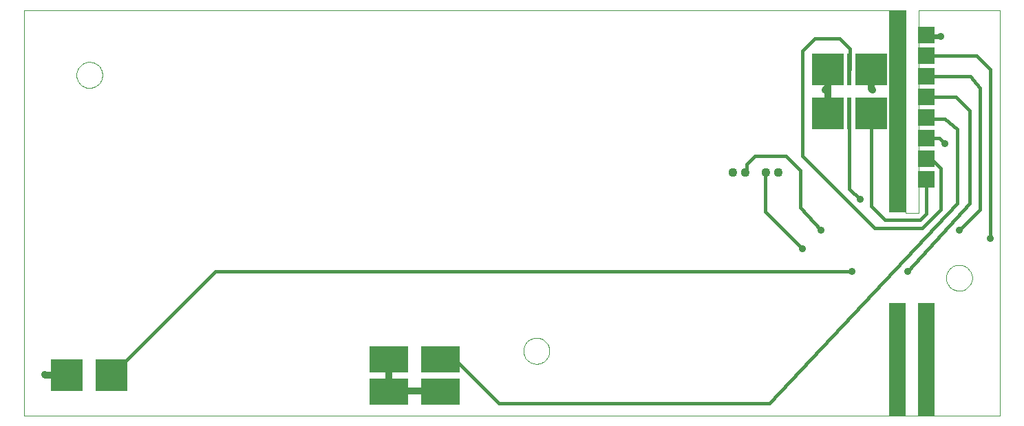
<source format=gtl>
G75*
G70*
%OFA0B0*%
%FSLAX24Y24*%
%IPPOS*%
%LPD*%
%AMOC8*
5,1,8,0,0,1.08239X$1,22.5*
%
%ADD10C,0.0000*%
%ADD11R,0.0787X0.5512*%
%ADD12R,0.0787X0.9843*%
%ADD13R,0.0787X0.0787*%
%ADD14R,0.1890X0.1299*%
%ADD15R,0.1575X0.1575*%
%ADD16R,0.0236X0.1575*%
%ADD17C,0.0436*%
%ADD18C,0.0160*%
%ADD19C,0.0100*%
%ADD20C,0.0356*%
%ADD21C,0.0240*%
%ADD22C,0.0320*%
D10*
X000260Y000260D02*
X000260Y019945D01*
X042937Y019945D01*
X042937Y010103D01*
X043567Y010103D01*
X043567Y019945D01*
X047504Y019945D01*
X047504Y000260D01*
X000260Y000260D01*
X024433Y003410D02*
X024435Y003460D01*
X024441Y003510D01*
X024451Y003559D01*
X024465Y003607D01*
X024482Y003654D01*
X024503Y003699D01*
X024528Y003743D01*
X024556Y003784D01*
X024588Y003823D01*
X024622Y003860D01*
X024659Y003894D01*
X024699Y003924D01*
X024741Y003951D01*
X024785Y003975D01*
X024831Y003996D01*
X024878Y004012D01*
X024926Y004025D01*
X024976Y004034D01*
X025025Y004039D01*
X025076Y004040D01*
X025126Y004037D01*
X025175Y004030D01*
X025224Y004019D01*
X025272Y004004D01*
X025318Y003986D01*
X025363Y003964D01*
X025406Y003938D01*
X025447Y003909D01*
X025486Y003877D01*
X025522Y003842D01*
X025554Y003804D01*
X025584Y003764D01*
X025611Y003721D01*
X025634Y003677D01*
X025653Y003631D01*
X025669Y003583D01*
X025681Y003534D01*
X025689Y003485D01*
X025693Y003435D01*
X025693Y003385D01*
X025689Y003335D01*
X025681Y003286D01*
X025669Y003237D01*
X025653Y003189D01*
X025634Y003143D01*
X025611Y003099D01*
X025584Y003056D01*
X025554Y003016D01*
X025522Y002978D01*
X025486Y002943D01*
X025447Y002911D01*
X025406Y002882D01*
X025363Y002856D01*
X025318Y002834D01*
X025272Y002816D01*
X025224Y002801D01*
X025175Y002790D01*
X025126Y002783D01*
X025076Y002780D01*
X025025Y002781D01*
X024976Y002786D01*
X024926Y002795D01*
X024878Y002808D01*
X024831Y002824D01*
X024785Y002845D01*
X024741Y002869D01*
X024699Y002896D01*
X024659Y002926D01*
X024622Y002960D01*
X024588Y002997D01*
X024556Y003036D01*
X024528Y003077D01*
X024503Y003121D01*
X024482Y003166D01*
X024465Y003213D01*
X024451Y003261D01*
X024441Y003310D01*
X024435Y003360D01*
X024433Y003410D01*
X044906Y006953D02*
X044908Y007003D01*
X044914Y007053D01*
X044924Y007102D01*
X044938Y007150D01*
X044955Y007197D01*
X044976Y007242D01*
X045001Y007286D01*
X045029Y007327D01*
X045061Y007366D01*
X045095Y007403D01*
X045132Y007437D01*
X045172Y007467D01*
X045214Y007494D01*
X045258Y007518D01*
X045304Y007539D01*
X045351Y007555D01*
X045399Y007568D01*
X045449Y007577D01*
X045498Y007582D01*
X045549Y007583D01*
X045599Y007580D01*
X045648Y007573D01*
X045697Y007562D01*
X045745Y007547D01*
X045791Y007529D01*
X045836Y007507D01*
X045879Y007481D01*
X045920Y007452D01*
X045959Y007420D01*
X045995Y007385D01*
X046027Y007347D01*
X046057Y007307D01*
X046084Y007264D01*
X046107Y007220D01*
X046126Y007174D01*
X046142Y007126D01*
X046154Y007077D01*
X046162Y007028D01*
X046166Y006978D01*
X046166Y006928D01*
X046162Y006878D01*
X046154Y006829D01*
X046142Y006780D01*
X046126Y006732D01*
X046107Y006686D01*
X046084Y006642D01*
X046057Y006599D01*
X046027Y006559D01*
X045995Y006521D01*
X045959Y006486D01*
X045920Y006454D01*
X045879Y006425D01*
X045836Y006399D01*
X045791Y006377D01*
X045745Y006359D01*
X045697Y006344D01*
X045648Y006333D01*
X045599Y006326D01*
X045549Y006323D01*
X045498Y006324D01*
X045449Y006329D01*
X045399Y006338D01*
X045351Y006351D01*
X045304Y006367D01*
X045258Y006388D01*
X045214Y006412D01*
X045172Y006439D01*
X045132Y006469D01*
X045095Y006503D01*
X045061Y006540D01*
X045029Y006579D01*
X045001Y006620D01*
X044976Y006664D01*
X044955Y006709D01*
X044938Y006756D01*
X044924Y006804D01*
X044914Y006853D01*
X044908Y006903D01*
X044906Y006953D01*
X002780Y016795D02*
X002782Y016845D01*
X002788Y016895D01*
X002798Y016944D01*
X002812Y016992D01*
X002829Y017039D01*
X002850Y017084D01*
X002875Y017128D01*
X002903Y017169D01*
X002935Y017208D01*
X002969Y017245D01*
X003006Y017279D01*
X003046Y017309D01*
X003088Y017336D01*
X003132Y017360D01*
X003178Y017381D01*
X003225Y017397D01*
X003273Y017410D01*
X003323Y017419D01*
X003372Y017424D01*
X003423Y017425D01*
X003473Y017422D01*
X003522Y017415D01*
X003571Y017404D01*
X003619Y017389D01*
X003665Y017371D01*
X003710Y017349D01*
X003753Y017323D01*
X003794Y017294D01*
X003833Y017262D01*
X003869Y017227D01*
X003901Y017189D01*
X003931Y017149D01*
X003958Y017106D01*
X003981Y017062D01*
X004000Y017016D01*
X004016Y016968D01*
X004028Y016919D01*
X004036Y016870D01*
X004040Y016820D01*
X004040Y016770D01*
X004036Y016720D01*
X004028Y016671D01*
X004016Y016622D01*
X004000Y016574D01*
X003981Y016528D01*
X003958Y016484D01*
X003931Y016441D01*
X003901Y016401D01*
X003869Y016363D01*
X003833Y016328D01*
X003794Y016296D01*
X003753Y016267D01*
X003710Y016241D01*
X003665Y016219D01*
X003619Y016201D01*
X003571Y016186D01*
X003522Y016175D01*
X003473Y016168D01*
X003423Y016165D01*
X003372Y016166D01*
X003323Y016171D01*
X003273Y016180D01*
X003225Y016193D01*
X003178Y016209D01*
X003132Y016230D01*
X003088Y016254D01*
X003046Y016281D01*
X003006Y016311D01*
X002969Y016345D01*
X002935Y016382D01*
X002903Y016421D01*
X002875Y016462D01*
X002850Y016506D01*
X002829Y016551D01*
X002812Y016598D01*
X002798Y016646D01*
X002788Y016695D01*
X002782Y016745D01*
X002780Y016795D01*
D11*
X042543Y003016D03*
X043961Y003016D03*
D12*
X042543Y015024D03*
D13*
X043961Y014721D03*
X043961Y015721D03*
X043961Y016721D03*
X043961Y017721D03*
X043961Y018721D03*
X043961Y013721D03*
X043961Y012721D03*
X043961Y011721D03*
D14*
X020398Y003016D03*
X017917Y003016D03*
X017917Y001441D03*
X020398Y001441D03*
D15*
X004492Y002229D03*
X002327Y002229D03*
X039177Y014945D03*
X041264Y014945D03*
X041264Y017071D03*
X039177Y017071D03*
D16*
X040221Y017071D03*
X040221Y014945D03*
D17*
X036773Y012071D03*
X036193Y012071D03*
X035193Y012071D03*
X034593Y012071D03*
D18*
X035193Y012071D02*
X035234Y012112D01*
X035234Y012460D01*
X035634Y012860D01*
X037134Y012860D01*
X037834Y012160D01*
X037834Y010360D01*
X038834Y009260D01*
X037934Y008360D02*
X036134Y010160D01*
X036134Y012012D01*
X036193Y012071D01*
X037934Y012860D02*
X037934Y017960D01*
X038534Y018560D01*
X039734Y018560D01*
X040234Y018060D01*
X040234Y017084D01*
X040221Y017071D01*
X043961Y016721D02*
X046073Y016721D01*
X046534Y016160D01*
X046534Y010260D01*
X045534Y009260D01*
X047034Y008860D02*
X047034Y017060D01*
X046373Y017721D01*
X043961Y017721D01*
X043961Y015721D02*
X045373Y015721D01*
X046034Y015060D01*
X046034Y010560D01*
X043034Y007260D01*
X040334Y007260D02*
X009524Y007260D01*
X004492Y002229D01*
X020398Y003016D02*
X020454Y002960D01*
X021134Y002960D01*
X023234Y000860D01*
X036334Y000860D01*
X045434Y010560D01*
X045434Y014160D01*
X044832Y014662D01*
X043966Y014662D01*
X043961Y013721D02*
X044573Y013721D01*
X044834Y013460D01*
X044173Y012721D02*
X044634Y012260D01*
X044634Y010260D01*
X043734Y009360D01*
X041434Y009360D01*
X037934Y012860D01*
X040221Y011273D02*
X040734Y010760D01*
X041264Y010430D02*
X041934Y009760D01*
X043634Y009760D01*
X043934Y010060D01*
X043934Y011694D01*
X043961Y011721D01*
X043967Y011661D01*
X043961Y012721D02*
X044173Y012721D01*
X040221Y011273D02*
X040221Y014945D01*
X041264Y014945D02*
X041264Y010430D01*
D19*
X043969Y012659D02*
X043961Y012721D01*
X044066Y013662D02*
X043961Y013721D01*
X043966Y014662D02*
X043961Y014721D01*
X044004Y016671D02*
X043961Y016721D01*
D20*
X041334Y016060D03*
X039034Y016060D03*
X044634Y018660D03*
X044834Y013460D03*
X040734Y010760D03*
X038834Y009260D03*
X037934Y008360D03*
X040334Y007260D03*
X043034Y007260D03*
X047034Y008860D03*
X045534Y009260D03*
X019134Y001460D03*
X001234Y002260D03*
D21*
X043823Y018671D02*
X044634Y018660D01*
X043961Y018721D02*
X043823Y018671D01*
D22*
X041264Y017071D02*
X041264Y016130D01*
X041334Y016060D01*
X039177Y016203D02*
X039034Y016060D01*
X039177Y016203D02*
X039177Y017071D01*
X039177Y014945D01*
X017917Y003016D02*
X017917Y001477D01*
X017934Y001460D01*
X019134Y001460D01*
X020379Y001460D01*
X020398Y001441D01*
X017934Y001460D02*
X017917Y001443D01*
X017917Y001441D01*
X002327Y002229D02*
X001266Y002229D01*
X001234Y002260D01*
M02*

</source>
